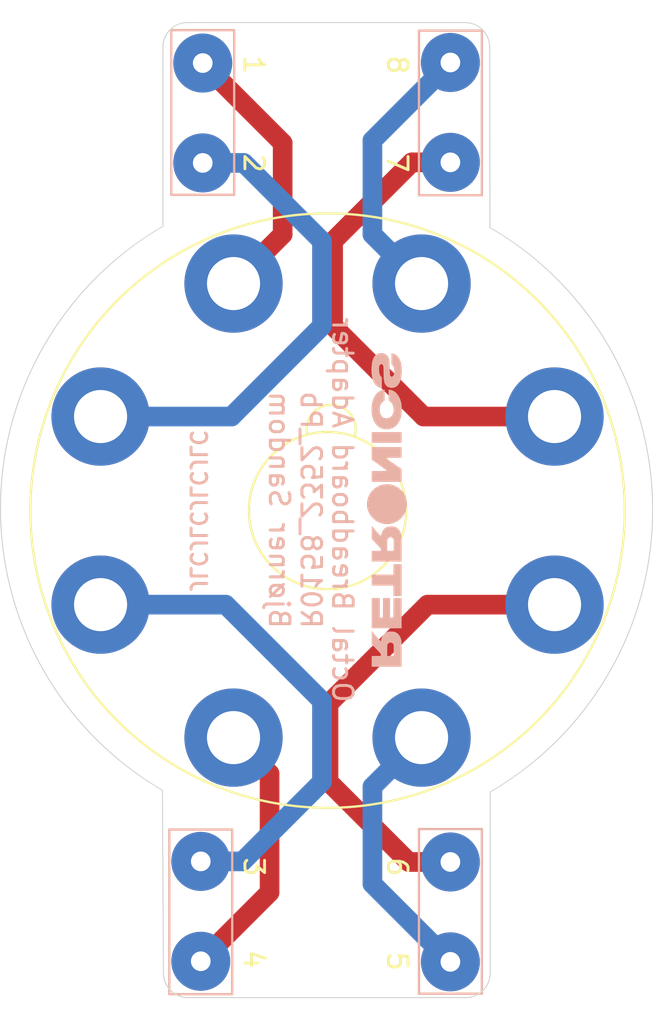
<source format=kicad_pcb>
(kicad_pcb (version 20221018) (generator pcbnew)
  (layers (0 "F.Cu" signal) (31 "B.Cu" signal) (34 "B.Paste" user) (35 "F.Paste" user) (36 "B.SilkS" user "B.Silkscreen") (37 "F.SilkS" user "F.Silkscreen") (38 "B.Mask" user) (39 "F.Mask" user) (44 "Edge.Cuts" user))
  (net 0 "")
  (net 1 "Pin2")
  (net 2 "Pin5")
  (net 3 "Pin3")
  (net 4 "Pin4")
  (net 5 "Pin1")
  (net 6 "Pin8")
  (net 7 "Pin7")
  (net 8 "Pin6")
  (footprint "Retronics_Connectors:Octal_Ceramic" (layer "F.Cu") (at 139.25 72.575 22.5)
    (fp_text reference "J3" hide)
    (fp_text value "Conn_01x08")
    (fp_arc (start 0.524274 -3.995145) (mid 2.260212 -4.891133) (end 2.75 -3) (stroke (width 0.12)) (layer "F.SilkS"))
    (fp_circle (center 0 0) (end 0 15.12) (stroke (width 0.12)) (fill none) (layer "F.SilkS"))
    (fp_circle (center 0 0) (end 4 0) (stroke (width 0.12)) (fill none) (layer "F.SilkS"))
    (pad "1" thru_hole oval locked (at 0 -12.5 22.5) (size 5 5) (drill 2.7) (layers "*.Cu" "*.Mask") (net 5 "Pin1"))
    (pad "2" thru_hole oval locked (at -8.838834 -8.838834 22.5) (size 5 5) (drill 2.7) (layers "*.Cu" "*.Mask") (net 1 "Pin2"))
    (pad "3" thru_hole oval locked (at -12.5 0 22.5) (size 5 5) (drill 2.7) (layers "*.Cu" "*.Mask") (net 3 "Pin3"))
    (pad "4" thru_hole oval locked (at -8.838834 8.838834 22.5) (size 5 5) (drill 2.7) (layers "*.Cu" "*.Mask") (net 4 "Pin4"))
    (pad "5" thru_hole oval locked (at 0 12.5 22.5) (size 5 5) (drill 2.7) (layers "*.Cu" "*.Mask") (net 2 "Pin5"))
    (pad "6" thru_hole oval locked (at 8.838834 8.838834 22.5) (size 5 5) (drill 2.7) (layers "*.Cu" "*.Mask") (net 8 "Pin6"))
    (pad "7" thru_hole oval locked (at 12.5 0 22.5) (size 5 5) (drill 2.7) (layers "*.Cu" "*.Mask") (net 7 "Pin7"))
    (pad "8" thru_hole oval locked (at 8.838834 -8.838834 22.5) (size 5 5) (drill 2.7) (layers "*.Cu" "*.Mask") (net 6 "Pin8"))
  )
  (footprint "Retronics_Connectors:PinHeader_1x02_P5.08mm_Vertical" (layer "B.Cu") (at 145.5 90.45 180)
    (fp_text reference "J1" hide)
    (fp_text value "Conn_01x02")
    (fp_line (start -1.6 -6.7) (end 1.6 -6.7) (stroke (width 0.12)) (layer "B.SilkS"))
    (fp_line (start -1.6 1.675) (end -1.6 -6.7) (stroke (width 0.12)) (layer "B.SilkS"))
    (fp_line (start -1.6 1.675) (end 1.6 1.675) (stroke (width 0.12)) (layer "B.SilkS"))
    (fp_line (start 1.6 1.675) (end 1.6 -6.7) (stroke (width 0.12)) (layer "B.SilkS"))
    (pad "1" thru_hole circle (at 0 0 180) (size 3 3) (drill 1) (layers "*.Cu" "*.Mask") (net 8 "Pin6"))
    (pad "2" thru_hole circle (at 0 -5.08 180) (size 3 3) (drill 1) (layers "*.Cu" "*.Mask") (net 2 "Pin5"))
  )
  (footprint "Retronics_Connectors:PinHeader_1x02_P5.08mm_Vertical" (layer "B.Cu") (at 132.8 95.5)
    (fp_text reference "J2" hide)
    (fp_text value "Conn_01x02")
    (fp_line (start -1.6 -6.7) (end 1.6 -6.7) (stroke (width 0.12)) (layer "B.SilkS"))
    (fp_line (start -1.6 1.675) (end -1.6 -6.7) (stroke (width 0.12)) (layer "B.SilkS"))
    (fp_line (start -1.6 1.675) (end 1.6 1.675) (stroke (width 0.12)) (layer "B.SilkS"))
    (fp_line (start 1.6 1.675) (end 1.6 -6.7) (stroke (width 0.12)) (layer "B.SilkS"))
    (pad "1" thru_hole circle locked (at 0 0) (size 3 3) (drill 1) (layers "*.Cu" "*.Mask") (net 4 "Pin4"))
    (pad "2" thru_hole circle locked (at 0 -5.08) (size 3 3) (drill 1) (layers "*.Cu" "*.Mask") (net 3 "Pin3"))
  )
  (footprint "Retronics_Connectors:PinHeader_1x02_P5.08mm_Vertical" (layer "B.Cu") (at 145.5 54.86)
    (fp_text reference "J4" hide)
    (fp_text value "Conn_01x02")
    (fp_line (start -1.6 -6.7) (end 1.6 -6.7) (stroke (width 0.12)) (layer "B.SilkS"))
    (fp_line (start -1.6 1.675) (end -1.6 -6.7) (stroke (width 0.12)) (layer "B.SilkS"))
    (fp_line (start -1.6 1.675) (end 1.6 1.675) (stroke (width 0.12)) (layer "B.SilkS"))
    (fp_line (start 1.6 1.675) (end 1.6 -6.7) (stroke (width 0.12)) (layer "B.SilkS"))
    (pad "1" thru_hole circle locked (at 0 0) (size 3 3) (drill 1) (layers "*.Cu" "*.Mask") (net 7 "Pin7"))
    (pad "2" thru_hole circle locked (at 0 -5.08) (size 3 3) (drill 1) (layers "*.Cu" "*.Mask") (net 6 "Pin8"))
  )
  (footprint "Retronics_Connectors:PinHeader_1x02_P5.08mm_Vertical" (layer "B.Cu") (at 132.9 49.81 180)
    (fp_text reference "J5" hide)
    (fp_text value "Conn_01x02")
    (fp_line (start -1.6 -6.7) (end 1.6 -6.7) (stroke (width 0.12)) (layer "B.SilkS"))
    (fp_line (start -1.6 1.675) (end -1.6 -6.7) (stroke (width 0.12)) (layer "B.SilkS"))
    (fp_line (start -1.6 1.675) (end 1.6 1.675) (stroke (width 0.12)) (layer "B.SilkS"))
    (fp_line (start 1.6 1.675) (end 1.6 -6.7) (stroke (width 0.12)) (layer "B.SilkS"))
    (pad "1" thru_hole circle (at 0 0 180) (size 3 3) (drill 1) (layers "*.Cu" "*.Mask") (net 5 "Pin1"))
    (pad "2" thru_hole circle (at 0 -5.08 180) (size 3 3) (drill 1) (layers "*.Cu" "*.Mask") (net 1 "Pin2"))
  )
  (footprint "Icons_Graphics:retronics_logo_18mm" (layer "B.Cu") (at 142.3 72.536435 90)
    (fp_text reference "G***" hide)
    (fp_text value "LOGO" hide)
    (fp_poly (pts (xy 3.955266 -0.805436) (xy 3.40872 -0.805436) (xy 3.40872 0.71914) (xy 3.955266 0.71914)) (fill solid) (layer "B.SilkS"))
    (fp_poly (pts (xy -2.761495 0.302039) (xy -3.293658 0.302039) (xy -3.293658 -0.805436) (xy -3.854587 -0.805436) (xy -3.854587 0.302039) (xy -4.38675 0.302039) (xy -4.38675 0.71914) (xy -2.761495 0.71914)) (fill solid) (layer "B.SilkS"))
    (fp_poly (pts (xy -4.48743 0.302416) (xy -4.98004 0.298632) (xy -5.472651 0.294847) (xy -5.481277 0.129445) (xy -4.48743 0.129445) (xy -4.48743 -0.229747) (xy -4.98004 -0.233531) (xy -5.472651 -0.237316) (xy -5.476998 -0.312825) (xy -5.481345 -0.388335) (xy -4.48743 -0.388335) (xy -4.48743 -0.805436) (xy -6.026388 -0.805436) (xy -6.026388 0.71914) (xy -4.48743 0.71914)) (fill solid) (layer "B.SilkS"))
    (fp_poly (pts (xy 3.192978 -0.805436) (xy 2.872961 -0.805087) (xy 2.552944 -0.804739) (xy 2.280299 -0.423734) (xy 2.214135 -0.332041) (xy 2.152853 -0.248582) (xy 2.098533 -0.176073) (xy 2.053252 -0.117232) (xy 2.019088 -0.074775) (xy 1.998121 -0.051418) (xy 1.992644 -0.047726) (xy 1.987361 -0.063863) (xy 1.98283 -0.10803) (xy 1.979086 -0.1795) (xy 1.976165 -0.277548) (xy 1.974102 -0.401446) (xy 1.973798 -0.429079) (xy 1.969964 -0.805436) (xy 1.423895 -0.805436) (xy 1.423895 0.71914) (xy 1.751104 0.718799) (xy 2.078312 0.718459) (xy 2.344394 0.32352) (xy 2.408635 0.22894) (xy 2.468368 0.142469) (xy 2.521582 0.066903) (xy 2.566267 0.00504) (xy 2.600413 -0.040323) (xy 2.622008 -0.06639) (xy 2.628454 -0.071666) (xy 2.63402 -0.065491) (xy 2.638394 -0.045108) (xy 2.641692 -0.007986) (xy 2.644028 0.048404) (xy 2.645517 0.126594) (xy 2.646275 0.229114) (xy 2.646432 0.323613) (xy 2.646432 0.71914) (xy 3.192978 0.71914)) (fill solid) (layer "B.SilkS"))
    (fp_poly (pts (xy 0.396381 0.986764) (xy 0.497528 0.971676) (xy 0.562636 0.95378) (xy 0.640126 0.926853) (xy 0.717076 0.89555) (xy 0.747204 0.881701) (xy 0.813643 0.847917) (xy 0.867514 0.815016) (xy 0.917634 0.776569) (xy 0.97282 0.726144) (xy 1.007961 0.69154) (xy 1.067562 0.629926) (xy 1.111702 0.578155) (xy 1.14681 0.527411) (xy 1.179317 0.468877) (xy 1.198121 0.430784) (xy 1.25434 0.297431) (xy 1.28943 0.1717) (xy 1.30539 0.04411) (xy 1.305202 -0.077163) (xy 1.283079 -0.246235) (xy 1.235265 -0.405192) (xy 1.163705 -0.551795) (xy 1.070343 -0.683805) (xy 0.957124 -0.798984) (xy 0.825993 -0.895094) (xy 0.678894 -0.969895) (xy 0.517771 -1.02115) (xy 0.477875 -1.029575) (xy 0.394573 -1.041211) (xy 0.303279 -1.047051) (xy 0.215925 -1.04673) (xy 0.144443 -1.039883) (xy 0.143827 -1.039777) (xy -0.027482 -0.996382) (xy -0.185131 -0.928824) (xy -0.327192 -0.838507) (xy -0.451737 -0.726835) (xy -0.556839 -0.595212) (xy -0.623335 -0.48109) (xy -0.685736 -0.326396) (xy -0.721165 -0.16846) (xy -0.730784 -0.010032) (xy -0.715754 0.146135) (xy -0.677238 0.297291) (xy -0.616396 0.440685) (xy -0.534392 0.573564) (xy -0.432388 0.693179) (xy -0.311544 0.796778) (xy -0.173023 0.881609) (xy -0.021575 0.943777) (xy 0.111868 0.975467) (xy 0.254957 0.989999)) (fill solid) (layer "B.SilkS"))
    (fp_poly (pts (xy -7.360391 0.719031) (xy -7.214601 0.718652) (xy -7.078431 0.71761) (xy -6.95497 0.715971) (xy -6.847304 0.713798) (xy -6.758519 0.711157) (xy -6.691704 0.708113) (xy -6.649946 0.704729) (xy -6.644848 0.704014) (xy -6.518565 0.671802) (xy -6.409212 0.618883) (xy -6.318886 0.546699) (xy -6.249684 0.456691) (xy -6.22947 0.418345) (xy -6.211939 0.377559) (xy -6.200811 0.339872) (xy -6.194687 0.296666) (xy -6.192164 0.239323) (xy -6.19179 0.186636) (xy -6.192403 0.11669) (xy -6.195374 0.066614) (xy -6.202402 0.027518) (xy -6.215184 -0.009487) (xy -6.235419 -0.053288) (xy -6.239036 -0.060656) (xy -6.298871 -0.153859) (xy -6.377441 -0.227087) (xy -6.476398 -0.281543) (xy -6.591569 -0.317154) (xy -6.636989 -0.328463) (xy -6.669495 -0.338839) (xy -6.680519 -0.344725) (xy -6.671639 -0.356182) (xy -6.643701 -0.3835) (xy -6.599647 -0.424005) (xy -6.54242 -0.475026) (xy -6.47496 -0.533889) (xy -6.425941 -0.576009) (xy -6.165769 -0.798244) (xy -6.499907 -0.802108) (xy -6.834045 -0.805971) (xy -7.078935 -0.571983) (xy -7.157382 -0.497324) (xy -7.218255 -0.440385) (xy -7.264567 -0.398795) (xy -7.299331 -0.370184) (xy -7.325559 -0.35218) (xy -7.346265 -0.342412) (xy -7.364461 -0.338509) (xy -7.376268 -0.337995) (xy -7.428709 -0.337995) (xy -7.432661 -0.571715) (xy -7.436613 -0.805436) (xy -7.982447 -0.805436) (xy -7.982447 -0.014382) (xy -7.436843 -0.014382) (xy -7.159503 -0.01436) (xy -7.059696 -0.013999) (xy -6.984202 -0.012707) (xy -6.928572 -0.010142) (xy -6.888359 -0.005962) (xy -6.859117 0.000174) (xy -6.836397 0.008608) (xy -6.831824 0.01081) (xy -6.786806 0.047738) (xy -6.760221 0.099328) (xy -6.752345 0.15793) (xy -6.763456 0.215893) (xy -6.79383 0.265568) (xy -6.821768 0.288427) (xy -6.839827 0.298198) (xy -6.860415 0.305321) (xy -6.887956 0.310128) (xy -6.926872 0.312951) (xy -6.981587 0.314122) (xy -7.056522 0.313973) (xy -7.148245 0.312941) (xy -7.428709 0.30923) (xy -7.436843 -0.014382) (xy -7.982447 -0.014382) (xy -7.982447 0.71914)) (fill solid) (layer "B.SilkS"))
    (fp_poly (pts (xy -2.009995 0.719031) (xy -1.864205 0.718652) (xy -1.728035 0.71761) (xy -1.604574 0.715971) (xy -1.496907 0.713798) (xy -1.408123 0.711157) (xy -1.341308 0.708113) (xy -1.299549 0.704729) (xy -1.294451 0.704014) (xy -1.168169 0.671802) (xy -1.058815 0.618883) (xy -0.968489 0.546699) (xy -0.899288 0.456691) (xy -0.879074 0.418345) (xy -0.861542 0.377559) (xy -0.850415 0.339872) (xy -0.844291 0.296666) (xy -0.841767 0.239323) (xy -0.841393 0.186636) (xy -0.842006 0.11669) (xy -0.844978 0.066614) (xy -0.852005 0.027518) (xy -0.864788 -0.009487) (xy -0.885023 -0.053288) (xy -0.88864 -0.060656) (xy -0.948474 -0.153859) (xy -1.027045 -0.227087) (xy -1.126002 -0.281543) (xy -1.241172 -0.317154) (xy -1.286593 -0.328463) (xy -1.319099 -0.338839) (xy -1.330123 -0.344725) (xy -1.321243 -0.356182) (xy -1.293305 -0.3835) (xy -1.249251 -0.424005) (xy -1.192023 -0.475026) (xy -1.124563 -0.533889) (xy -1.075544 -0.576009) (xy -0.815373 -0.798244) (xy -1.149511 -0.802108) (xy -1.483649 -0.805971) (xy -1.728539 -0.571983) (xy -1.806986 -0.497324) (xy -1.867859 -0.440385) (xy -1.914171 -0.398795) (xy -1.948934 -0.370184) (xy -1.975163 -0.35218) (xy -1.995869 -0.342412) (xy -2.014065 -0.338509) (xy -2.025871 -0.337995) (xy -2.078313 -0.337995) (xy -2.082265 -0.571715) (xy -2.086217 -0.805436) (xy -2.63205 -0.805436) (xy -2.63205 -0.014382) (xy -2.086447 -0.014382) (xy -1.809107 -0.01436) (xy -1.7093 -0.013999) (xy -1.633805 -0.012707) (xy -1.578175 -0.010142) (xy -1.537963 -0.005962) (xy -1.508721 0.000174) (xy -1.486001 0.008608) (xy -1.481427 0.01081) (xy -1.43641 0.047738) (xy -1.409824 0.099328) (xy -1.401948 0.15793) (xy -1.413059 0.215893) (xy -1.443434 0.265568) (xy -1.471371 0.288427) (xy -1.489431 0.298198) (xy -1.510019 0.305321) (xy -1.53756 0.310128) (xy -1.576476 0.312951) (xy -1.63119 0.314122) (xy -1.706125 0.313973) (xy -1.797849 0.312941) (xy -2.078313 0.30923) (xy -2.086447 -0.014382) (xy -2.63205 -0.014382) (xy -2.63205 0.71914)) (fill solid) (layer "B.SilkS"))
    (fp_poly (pts (xy 5.268274 0.720805) (xy 5.371739 0.711055) (xy 5.443782 0.698824) (xy 5.596378 0.655029) (xy 5.733297 0.595551) (xy 5.852418 0.522209) (xy 5.95162 0.436823) (xy 6.028782 0.341212) (xy 6.081785 0.237196) (xy 6.108259 0.128723) (xy 6.11669 0.057531) (xy 5.828 0.057531) (xy 5.730006 0.057648) (xy 5.65695 0.058251) (xy 5.605004 0.059722) (xy 5.570341 0.062442) (xy 5.549132 0.066794) (xy 5.537551 0.073158) (xy 5.53177 0.081916) (xy 5.529881 0.087242) (xy 5.514767 0.116084) (xy 5.487985 0.153286) (xy 5.476271 0.167271) (xy 5.406635 0.226219) (xy 5.318218 0.26996) (xy 5.217096 0.297759) (xy 5.109346 0.308883) (xy 5.001045 0.302599) (xy 4.89827 0.278174) (xy 4.825424 0.245818) (xy 4.753806 0.190247) (xy 4.701546 0.117959) (xy 4.669761 0.034478) (xy 4.659567 -0.054672) (xy 4.67208 -0.143965) (xy 4.708419 -0.227877) (xy 4.724795 -0.252067) (xy 4.782225 -0.306774) (xy 4.860097 -0.348939) (xy 4.9526 -0.37777) (xy 5.053922 -0.392478) (xy 5.158248 -0.392272) (xy 5.259768 -0.37636) (xy 5.352668 -0.343951) (xy 5.362999 -0.338897) (xy 5.420507 -0.302334) (xy 5.473028 -0.255952) (xy 5.512822 -0.207423) (xy 5.529881 -0.173538) (xy 5.534211 -0.163455) (xy 5.542451 -0.155955) (xy 5.558431 -0.150657) (xy 5.585978 -0.147179) (xy 5.628922 -0.145139) (xy 5.69109 -0.144156) (xy 5.776311 -0.143848) (xy 5.827868 -0.143828) (xy 6.116425 -0.143828) (xy 6.109362 -0.206486) (xy 6.093734 -0.27431) (xy 6.063443 -0.352286) (xy 6.023388 -0.429483) (xy 5.982013 -0.490562) (xy 5.907191 -0.566575) (xy 5.809642 -0.637222) (xy 5.695323 -0.699256) (xy 5.570196 -0.74943) (xy 5.443884 -0.783748) (xy 5.365682 -0.796097) (xy 5.269733 -0.805505) (xy 5.16505 -0.811621) (xy 5.060646 -0.814093) (xy 4.965533 -0.812569) (xy 4.888724 -0.806698) (xy 4.881345 -0.80571) (xy 4.713206 -0.771125) (xy 4.560767 -0.717984) (xy 4.426259 -0.647576) (xy 4.31191 -0.561188) (xy 4.219949 -0.46011) (xy 4.180987 -0.400914) (xy 4.13122 -0.28819) (xy 4.102556 -0.16259) (xy 4.094832 -0.030609) (xy 4.107882 0.101257) (xy 4.141545 0.226515) (xy 4.195657 0.338669) (xy 4.199779 0.345196) (xy 4.276612 0.440297) (xy 4.377709 0.526182) (xy 4.499395 0.600485) (xy 4.637995 0.660841) (xy 4.739127 0.692469) (xy 4.820045 0.708175) (xy 4.921365 0.718933) (xy 5.035141 0.724672) (xy 5.153426 0.72532)) (fill solid) (layer "B.SilkS"))
    (fp_poly (pts (xy 7.230945 0.722033) (xy 7.354879 0.706754) (xy 7.457522 0.687737) (xy 7.546287 0.663146) (xy 7.628588 0.631144) (xy 7.663413 0.614853) (xy 7.772486 0.54829) (xy 7.859135 0.467067) (xy 7.921748 0.373128) (xy 7.958713 0.26842) (xy 7.961336 0.255295) (xy 7.971264 0.201359) (xy 7.405277 0.201359) (xy 7.370302 0.242925) (xy 7.320652 0.285344) (xy 7.251975 0.315509) (xy 7.161267 0.334448) (xy 7.082134 0.341629) (xy 6.981857 0.342618) (xy 6.904014 0.332441) (xy 6.844152 0.310157) (xy 6.806653 0.283377) (xy 6.778837 0.242457) (xy 6.776172 0.198685) (xy 6.798288 0.159741) (xy 6.81319 0.147755) (xy 6.828411 0.139798) (xy 6.849451 0.133413) (xy 6.879841 0.128309) (xy 6.923112 0.124188) (xy 6.982796 0.120759) (xy 7.062423 0.117725) (xy 7.165525 0.114793) (xy 7.226695 0.11328) (xy 7.344603 0.110214) (xy 7.437913 0.107086) (xy 7.510791 0.10355) (xy 7.567404 0.099257) (xy 7.611917 0.093858) (xy 7.648497 0.087005) (xy 7.68131 0.078351) (xy 7.69479 0.074154) (xy 7.789567 0.033538) (xy 7.862556 -0.021831) (xy 7.918697 -0.096078) (xy 7.934721 -0.126143) (xy 7.956286 -0.174792) (xy 7.96839 -0.218214) (xy 7.973405 -0.268381) (xy 7.973888 -0.323612) (xy 7.968398 -0.410971) (xy 7.954497 -0.477174) (xy 7.948457 -0.49293) (xy 7.906479 -0.562329) (xy 7.846533 -0.629893) (xy 7.778133 -0.68529) (xy 7.762175 -0.695241) (xy 7.664518 -0.740197) (xy 7.543949 -0.77537) (xy 7.404796 -0.800222) (xy 7.251388 -0.814218) (xy 7.088053 -0.816819) (xy 6.919118 -0.80749) (xy 6.884725 -0.804112) (xy 6.728667 -0.778744) (xy 6.587074 -0.737823) (xy 6.463547 -0.682765) (xy 6.361683 -0.614986) (xy 6.328222 -0.585035) (xy 6.277556 -0.525169) (xy 6.236095 -0.456887) (xy 6.208434 -0.389111) (xy 6.199121 -0.334399) (xy 6.19898 -0.287655) (xy 6.747383 -0.287655) (xy 6.782609 -0.329519) (xy 6.831616 -0.369759) (xy 6.902836 -0.399339) (xy 6.998079 -0.418831) (xy 7.094145 -0.427618) (xy 7.206625 -0.428876) (xy 7.293285 -0.418662) (xy 7.354804 -0.396695) (xy 7.39186 -0.362697) (xy 7.405131 -0.316388) (xy 7.40455 -0.299788) (xy 7.395173 -0.263102) (xy 7.370235 -0.238074) (xy 7.349603 -0.226551) (xy 7.327978 -0.217654) (xy 7.300889 -0.211082) (xy 7.263947 -0.206504) (xy 7.212763 -0.203587) (xy 7.142948 -0.202) (xy 7.050113 -0.201412) (xy 7.016244 -0.201381) (xy 6.857422 -0.199599) (xy 6.724161 -0.193858) (xy 6.61345 -0.183524) (xy 6.522276 -0.167964) (xy 6.447628 -0.146545) (xy 6.386494 -0.118633) (xy 6.335862 -0.083596) (xy 6.301965 -0.051174) (xy 6.244563 0.031314) (xy 6.210995 0.125143) (xy 6.201485 0.225217) (xy 6.216259 0.326437) (xy 6.255545 0.423709) (xy 6.279205 0.461865) (xy 6.344186 0.532317) (xy 6.433269 0.593627) (xy 6.542984 0.644846) (xy 6.669859 0.685024) (xy 6.810423 0.713213) (xy 6.961205 0.728464) (xy 7.118733 0.729828)) (fill solid) (layer "B.SilkS"))
  )
  (gr_arc (start 146.25 47.75) (mid 147.133883 48.116117) (end 147.5 49) (stroke (width 0.05)) (layer "Edge.Cuts"))
  (gr_arc (start 147.525 96.1) (mid 147.158883 96.983883) (end 146.275 97.35) (stroke (width 0.05)) (layer "Edge.Cuts"))
  (gr_arc (start 132.15 97.35) (mid 131.266117 96.983883) (end 130.9 96.1) (stroke (width 0.05)) (layer "Edge.Cuts"))
  (gr_line (start 146.275 97.35) (end 132.15 97.35) (stroke (width 0.05)) (layer "Edge.Cuts"))
  (gr_line (start 130.9 96.1) (end 130.850164 86.8) (stroke (width 0.05)) (layer "Edge.Cuts"))
  (gr_line (start 147.524999 86.88556) (end 147.525 96.1) (stroke (width 0.05)) (layer "Edge.Cuts"))
  (gr_arc (start 147.51254 58.178341) (mid 155.789998 72.528361) (end 147.524999 86.88556) (stroke (width 0.05)) (layer "Edge.Cuts"))
  (gr_arc (start 130.850164 86.8) (mid 122.610007 72.450075) (end 130.875001 58.11444) (stroke (width 0.05)) (layer "Edge.Cuts"))
  (gr_arc (start 130.875 49) (mid 131.241117 48.116117) (end 132.125 47.75) (stroke (width 0.05)) (layer "Edge.Cuts"))
  (gr_line (start 147.5 49) (end 147.51254 58.178341) (stroke (width 0.05)) (layer "Edge.Cuts"))
  (gr_line (start 132.125 47.75) (end 146.25 47.75) (stroke (width 0.05)) (layer "Edge.Cuts"))
  (gr_line (start 130.875001 58.11444) (end 130.875 49) (stroke (width 0.05)) (layer "Edge.Cuts"))
  (gr_text "Octal Breadboard Adapter\nR0158_2352_Pb\nBjørner Sandom" (at 138.4 72.540714 270) (layer "B.SilkS") (effects (font (size 1 1)) (justify mirror)))
  (gr_text "JLCJLCJLCJLC" (at 132.2 76.8 -90) (layer "B.SilkS") (effects (font (size 0.8 0.8)) (justify left bottom mirror)))
  (gr_text "4" (at 135.5 95.4 -90) (layer "F.SilkS") (effects (font (size 1 1))))
  (gr_text "8" (at 142.8 49.9 -90) (layer "F.SilkS") (effects (font (size 1 1))))
  (gr_text "6" (at 142.8 90.7 -90) (layer "F.SilkS") (effects (font (size 1 1))))
  (gr_text "5" (at 142.8 95.5 -90) (layer "F.SilkS") (effects (font (size 1 1))))
  (gr_text "7" (at 142.8 54.9 -90) (layer "F.SilkS") (effects (font (size 1 1))))
  (gr_text "3" (at 135.5 90.7 -90) (layer "F.SilkS") (effects (font (size 1 1))))
  (gr_text "1" (at 135.5 49.9 270) (layer "F.SilkS") (effects (font (size 1 1))))
  (gr_text "2" (at 135.5 54.9 -90) (layer "F.SilkS") (effects (font (size 1 1))))
  (segment (start 127.701507 67.791458) (end 134.361507 67.791458) (width 1) (layer "B.Cu") (net 1))
  (segment (start 134.989953 54.89) (end 132.90001 54.89) (width 1) (layer "B.Cu") (net 1))
  (segment (start 134.361507 67.791458) (end 138.966458 63.186507) (width 1) (layer "B.Cu") (net 1))
  (segment (start 138.966458 63.186507) (end 138.966458 58.866505) (width 1) (layer "B.Cu") (net 1))
  (segment (start 138.966458 58.866505) (end 134.989953 54.89) (width 1) (layer "B.Cu") (net 1))
  (segment (start 145.5 95.53) (end 141.533544 91.563544) (width 1) (layer "B.Cu") (net 2))
  (segment (start 141.533544 91.563544) (end 141.533544 86.623493) (width 1) (layer "B.Cu") (net 2))
  (segment (start 141.533544 86.623493) (end 144.033543 84.123494) (width 1) (layer "B.Cu") (net 2))
  (segment (start 132.8 90.42) (end 134.92132 90.42) (width 1) (layer "B.Cu") (net 3))
  (segment (start 134.06547 77.358543) (end 127.701506 77.358543) (width 1) (layer "B.Cu") (net 3))
  (segment (start 138.966458 82.259531) (end 134.06547 77.358543) (width 1) (layer "B.Cu") (net 3))
  (segment (start 138.966458 86.374862) (end 138.966458 82.259531) (width 1) (layer "B.Cu") (net 3))
  (segment (start 134.92132 90.42) (end 138.966458 86.374862) (width 1) (layer "B.Cu") (net 3))
  (segment (start 132.8 95.5) (end 136.3 92) (width 1) (layer "F.Cu") (net 4))
  (segment (start 136.3 85.957035) (end 134.466458 84.123493) (width 1) (layer "F.Cu") (net 4))
  (segment (start 136.3 92) (end 136.3 85.957035) (width 1) (layer "F.Cu") (net 4))
  (segment (start 134.466457 61.026506) (end 136.966456 58.526507) (width 1) (layer "F.Cu") (net 5))
  (segment (start 136.966456 53.876456) (end 132.9 49.81) (width 1) (layer "F.Cu") (net 5))
  (segment (start 136.966456 58.526507) (end 136.966456 53.876456) (width 1) (layer "F.Cu") (net 5))
  (segment (start 141.533543 53.746457) (end 145.5 49.78) (width 1) (layer "B.Cu") (net 6))
  (segment (start 144.033542 61.026507) (end 141.533543 58.526508) (width 1) (layer "B.Cu") (net 6))
  (segment (start 141.533543 58.526508) (end 141.533543 53.746457) (width 1) (layer "B.Cu") (net 6))
  (segment (start 145.482995 54.86) (end 145.482995 54.860024) (width 1) (layer "F.Cu") (net 7))
  (segment (start 143.540047 54.86) (end 145.482995 54.86) (width 1) (layer "F.Cu") (net 7))
  (segment (start 139.533541 58.866506) (end 143.540047 54.86) (width 1) (layer "F.Cu") (net 7))
  (segment (start 139.533541 63.186508) (end 139.533541 58.866506) (width 1) (layer "F.Cu") (net 7))
  (segment (start 150.798494 67.791457) (end 144.13849 67.791457) (width 1) (layer "F.Cu") (net 7))
  (segment (start 144.13849 67.791457) (end 139.533541 63.186508) (width 1) (layer "F.Cu") (net 7))
  (segment (start 139.3 82.4) (end 144.341458 77.358542) (width 1) (layer "F.Cu") (net 8))
  (segment (start 145.5 90.45) (end 143.37868 90.45) (width 1) (layer "F.Cu") (net 8))
  (segment (start 139.3 86.37132) (end 139.3 82.4) (width 1) (layer "F.Cu") (net 8))
  (segment (start 144.341458 77.358542) (end 150.798493 77.358542) (width 1) (layer "F.Cu") (net 8))
  (segment (start 143.37868 90.45) (end 139.3 86.37132) (width 1) (layer "F.Cu") (net 8))
)
</source>
